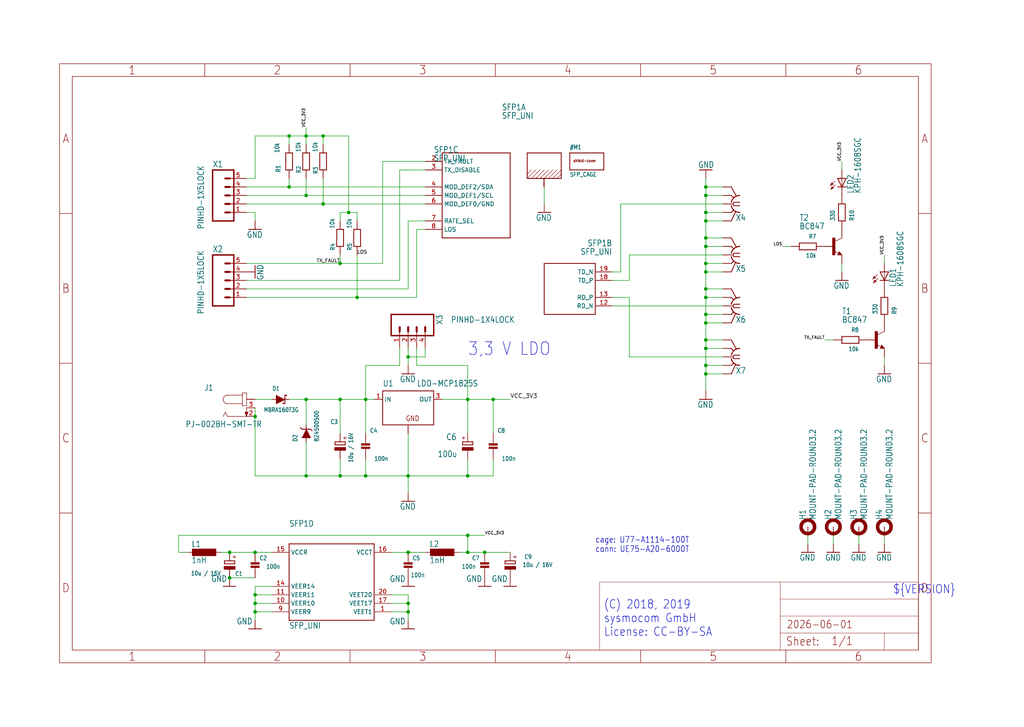
<source format=kicad_sch>
(kicad_sch (version 20231120) (generator "eeschema") (generator_version "8.0")
  (paper "User" 305.892 217.322)
  (junction (at 106.68 88.9))
  (junction (at 121.92 142.24))
  (junction (at 76.2 182.88))
  (junction (at 96.52 60.96))
  (junction (at 210.82 101.6))
  (junction (at 210.82 78.74))
  (junction (at 76.2 165.1))
  (junction (at 139.7 119.38))
  (junction (at 210.82 71.12))
  (junction (at 91.44 119.38))
  (junction (at 210.82 109.22))
  (junction (at 91.44 142.24))
  (junction (at 139.7 160.02))
  (junction (at 109.22 119.38))
  (junction (at 210.82 93.98))
  (junction (at 144.78 165.1))
  (junction (at 68.58 172.72))
  (junction (at 121.92 165.1))
  (junction (at 76.2 180.34))
  (junction (at 101.6 119.38))
  (junction (at 210.82 63.5))
  (junction (at 104.14 63.5))
  (junction (at 139.7 142.24))
  (junction (at 210.82 96.52))
  (junction (at 76.2 177.8))
  (junction (at 210.82 104.14))
  (junction (at 86.36 55.88))
  (junction (at 147.32 119.38))
  (junction (at 101.6 142.24))
  (junction (at 210.82 86.36))
  (junction (at 68.58 165.1))
  (junction (at 139.7 165.1))
  (junction (at 86.36 40.64))
  (junction (at 101.6 78.74))
  (junction (at 109.22 142.24))
  (junction (at 210.82 88.9))
  (junction (at 96.52 40.64))
  (junction (at 91.44 40.64))
  (junction (at 210.82 58.42))
  (junction (at 210.82 55.88))
  (junction (at 121.92 180.34))
  (junction (at 121.92 182.88))
  (junction (at 210.82 111.76))
  (junction (at 76.2 124.46))
  (junction (at 91.44 58.42))
  (junction (at 121.92 106.68))
  (junction (at 210.82 73.66))
  (junction (at 210.82 81.28))
  (junction (at 210.82 66.04))
  (wire (pts (xy 187.96 88.9) (xy 182.88 88.9)) (stroke (width 0.1524)))
  (wire (pts (xy 73.66 53.34) (xy 76.2 53.34)) (stroke (width 0.1524)))
  (wire (pts (xy 121.92 182.88) (xy 116.84 182.88)) (stroke (width 0.1524)))
  (wire (pts (xy 114.3 78.74) (xy 114.3 48.26)) (stroke (width 0.1524)))
  (wire (pts (xy 215.9 73.66) (xy 210.82 73.66)) (stroke (width 0.1524)))
  (wire (pts (xy 147.32 129.54) (xy 147.32 119.38)) (stroke (width 0.1524)))
  (wire (pts (xy 76.2 182.88) (xy 81.28 182.88)) (stroke (width 0.1524)))
  (wire (pts (xy 147.32 119.38) (xy 152.4 119.38)) (stroke (width 0.1524)))
  (wire (pts (xy 101.6 66.04) (xy 101.6 63.5)) (stroke (width 0.1524)))
  (wire (pts (xy 210.82 81.28) (xy 210.82 86.36)) (stroke (width 0.1524)))
  (wire (pts (xy 248.92 162.56) (xy 248.92 160.02)) (stroke (width 0.1524)))
  (wire (pts (xy 109.22 109.22) (xy 109.22 119.38)) (stroke (width 0.1524)))
  (wire (pts (xy 119.38 83.82) (xy 73.66 83.82)) (stroke (width 0.1524)))
  (wire (pts (xy 124.46 88.9) (xy 124.46 68.58)) (stroke (width 0.1524)))
  (wire (pts (xy 96.52 60.96) (xy 73.66 60.96)) (stroke (width 0.1524)))
  (wire (pts (xy 182.88 91.44) (xy 215.9 91.44)) (stroke (width 0.1524)))
  (wire (pts (xy 215.9 101.6) (xy 210.82 101.6)) (stroke (width 0.1524)))
  (wire (pts (xy 109.22 137.16) (xy 109.22 142.24)) (stroke (width 0.1524)))
  (wire (pts (xy 119.38 50.8) (xy 119.38 83.82)) (stroke (width 0.1524)))
  (wire (pts (xy 139.7 160.02) (xy 144.78 160.02)) (stroke (width 0.1524)))
  (wire (pts (xy 210.82 55.88) (xy 210.82 58.42)) (stroke (width 0.1524)))
  (wire (pts (xy 251.46 50.8) (xy 251.46 48.26)) (stroke (width 0.1524)))
  (wire (pts (xy 121.92 142.24) (xy 121.92 129.54)) (stroke (width 0.1524)))
  (wire (pts (xy 91.44 119.38) (xy 86.36 119.38)) (stroke (width 0.1524)))
  (wire (pts (xy 210.82 86.36) (xy 210.82 88.9)) (stroke (width 0.1524)))
  (wire (pts (xy 55.88 165.1) (xy 53.34 165.1)) (stroke (width 0.1524)))
  (wire (pts (xy 215.9 58.42) (xy 210.82 58.42)) (stroke (width 0.1524)))
  (wire (pts (xy 91.44 40.64) (xy 91.44 38.1)) (stroke (width 0.1524)))
  (wire (pts (xy 86.36 43.18) (xy 86.36 40.64)) (stroke (width 0.1524)))
  (wire (pts (xy 76.2 121.92) (xy 76.2 124.46)) (stroke (width 0.1524)))
  (wire (pts (xy 53.34 165.1) (xy 53.34 160.02)) (stroke (width 0.1524)))
  (wire (pts (xy 248.92 101.6) (xy 246.38 101.6)) (stroke (width 0.1524)))
  (wire (pts (xy 121.92 180.34) (xy 121.92 182.88)) (stroke (width 0.1524)))
  (wire (pts (xy 127 60.96) (xy 96.52 60.96)) (stroke (width 0.1524)))
  (wire (pts (xy 241.3 162.56) (xy 241.3 160.02)) (stroke (width 0.1524)))
  (wire (pts (xy 210.82 101.6) (xy 210.82 104.14)) (stroke (width 0.1524)))
  (wire (pts (xy 86.36 40.64) (xy 91.44 40.64)) (stroke (width 0.1524)))
  (wire (pts (xy 210.82 109.22) (xy 210.82 111.76)) (stroke (width 0.1524)))
  (wire (pts (xy 215.9 104.14) (xy 210.82 104.14)) (stroke (width 0.1524)))
  (wire (pts (xy 91.44 53.34) (xy 91.44 58.42)) (stroke (width 0.1524)))
  (wire (pts (xy 264.16 78.74) (xy 264.16 76.2)) (stroke (width 0.1524)))
  (wire (pts (xy 96.52 53.34) (xy 96.52 60.96)) (stroke (width 0.1524)))
  (wire (pts (xy 109.22 119.38) (xy 101.6 119.38)) (stroke (width 0.1524)))
  (wire (pts (xy 127 106.68) (xy 121.92 106.68)) (stroke (width 0.1524)))
  (wire (pts (xy 187.96 88.9) (xy 187.96 106.68)) (stroke (width 0.1524)))
  (wire (pts (xy 81.28 175.26) (xy 76.2 175.26)) (stroke (width 0.1524)))
  (wire (pts (xy 256.54 162.56) (xy 256.54 160.02)) (stroke (width 0.1524)))
  (wire (pts (xy 109.22 142.24) (xy 121.92 142.24)) (stroke (width 0.1524)))
  (wire (pts (xy 124.46 68.58) (xy 127 68.58)) (stroke (width 0.1524)))
  (wire (pts (xy 127 58.42) (xy 91.44 58.42)) (stroke (width 0.1524)))
  (wire (pts (xy 119.38 104.14) (xy 119.38 109.22)) (stroke (width 0.1524)))
  (wire (pts (xy 139.7 165.1) (xy 144.78 165.1)) (stroke (width 0.1524)))
  (wire (pts (xy 185.42 60.96) (xy 185.42 81.28)) (stroke (width 0.1524)))
  (wire (pts (xy 139.7 119.38) (xy 147.32 119.38)) (stroke (width 0.1524)))
  (wire (pts (xy 187.96 106.68) (xy 215.9 106.68)) (stroke (width 0.1524)))
  (wire (pts (xy 210.82 111.76) (xy 210.82 116.84)) (stroke (width 0.1524)))
  (wire (pts (xy 215.9 93.98) (xy 210.82 93.98)) (stroke (width 0.1524)))
  (wire (pts (xy 121.92 86.36) (xy 73.66 86.36)) (stroke (width 0.1524)))
  (wire (pts (xy 101.6 142.24) (xy 109.22 142.24)) (stroke (width 0.1524)))
  (wire (pts (xy 121.92 106.68) (xy 121.92 104.14)) (stroke (width 0.1524)))
  (wire (pts (xy 91.44 127) (xy 91.44 119.38)) (stroke (width 0.1524)))
  (wire (pts (xy 76.2 40.64) (xy 86.36 40.64)) (stroke (width 0.1524)))
  (wire (pts (xy 215.9 109.22) (xy 210.82 109.22)) (stroke (width 0.1524)))
  (wire (pts (xy 109.22 129.54) (xy 109.22 119.38)) (stroke (width 0.1524)))
  (wire (pts (xy 101.6 129.54) (xy 101.6 119.38)) (stroke (width 0.1524)))
  (wire (pts (xy 210.82 53.34) (xy 210.82 55.88)) (stroke (width 0.1524)))
  (wire (pts (xy 101.6 119.38) (xy 91.44 119.38)) (stroke (width 0.1524)))
  (wire (pts (xy 116.84 177.8) (xy 121.92 177.8)) (stroke (width 0.1524)))
  (wire (pts (xy 215.9 63.5) (xy 210.82 63.5)) (stroke (width 0.1524)))
  (wire (pts (xy 116.84 180.34) (xy 121.92 180.34)) (stroke (width 0.1524)))
  (wire (pts (xy 210.82 88.9) (xy 210.82 93.98)) (stroke (width 0.1524)))
  (wire (pts (xy 215.9 66.04) (xy 210.82 66.04)) (stroke (width 0.1524)))
  (wire (pts (xy 96.52 40.64) (xy 91.44 40.64)) (stroke (width 0.1524)))
  (wire (pts (xy 215.9 55.88) (xy 210.82 55.88)) (stroke (width 0.1524)))
  (wire (pts (xy 121.92 185.42) (xy 121.92 182.88)) (stroke (width 0.1524)))
  (wire (pts (xy 210.82 78.74) (xy 210.82 81.28)) (stroke (width 0.1524)))
  (wire (pts (xy 215.9 96.52) (xy 210.82 96.52)) (stroke (width 0.1524)))
  (wire (pts (xy 215.9 78.74) (xy 210.82 78.74)) (stroke (width 0.1524)))
  (wire (pts (xy 121.92 177.8) (xy 121.92 180.34)) (stroke (width 0.1524)))
  (wire (pts (xy 127 66.04) (xy 121.92 66.04)) (stroke (width 0.1524)))
  (wire (pts (xy 162.56 60.96) (xy 162.56 55.88)) (stroke (width 0.1524)))
  (wire (pts (xy 210.82 104.14) (xy 210.82 109.22)) (stroke (width 0.1524)))
  (wire (pts (xy 182.88 81.28) (xy 185.42 81.28)) (stroke (width 0.1524)))
  (wire (pts (xy 76.2 142.24) (xy 76.2 124.46)) (stroke (width 0.1524)))
  (wire (pts (xy 101.6 76.2) (xy 101.6 78.74)) (stroke (width 0.1524)))
  (wire (pts (xy 73.66 78.74) (xy 101.6 78.74)) (stroke (width 0.1524)))
  (wire (pts (xy 76.2 180.34) (xy 76.2 182.88)) (stroke (width 0.1524)))
  (wire (pts (xy 210.82 71.12) (xy 210.82 73.66)) (stroke (width 0.1524)))
  (wire (pts (xy 139.7 142.24) (xy 121.92 142.24)) (stroke (width 0.1524)))
  (wire (pts (xy 215.9 86.36) (xy 210.82 86.36)) (stroke (width 0.1524)))
  (wire (pts (xy 106.68 76.2) (xy 106.68 88.9)) (stroke (width 0.1524)))
  (wire (pts (xy 104.14 63.5) (xy 106.68 63.5)) (stroke (width 0.1524)))
  (wire (pts (xy 147.32 137.16) (xy 147.32 142.24)) (stroke (width 0.1524)))
  (wire (pts (xy 66.04 165.1) (xy 68.58 165.1)) (stroke (width 0.1524)))
  (wire (pts (xy 139.7 137.16) (xy 139.7 142.24)) (stroke (width 0.1524)))
  (wire (pts (xy 76.2 177.8) (xy 76.2 180.34)) (stroke (width 0.1524)))
  (wire (pts (xy 86.36 53.34) (xy 86.36 55.88)) (stroke (width 0.1524)))
  (wire (pts (xy 104.14 63.5) (xy 104.14 40.64)) (stroke (width 0.1524)))
  (wire (pts (xy 124.46 88.9) (xy 106.68 88.9)) (stroke (width 0.1524)))
  (wire (pts (xy 101.6 142.24) (xy 91.44 142.24)) (stroke (width 0.1524)))
  (wire (pts (xy 182.88 83.82) (xy 187.96 83.82)) (stroke (width 0.1524)))
  (wire (pts (xy 96.52 43.18) (xy 96.52 40.64)) (stroke (width 0.1524)))
  (wire (pts (xy 121.92 147.32) (xy 121.92 142.24)) (stroke (width 0.1524)))
  (wire (pts (xy 210.82 73.66) (xy 210.82 78.74)) (stroke (width 0.1524)))
  (wire (pts (xy 139.7 165.1) (xy 137.16 165.1)) (stroke (width 0.1524)))
  (wire (pts (xy 76.2 175.26) (xy 76.2 177.8)) (stroke (width 0.1524)))
  (wire (pts (xy 132.08 119.38) (xy 139.7 119.38)) (stroke (width 0.1524)))
  (wire (pts (xy 101.6 63.5) (xy 104.14 63.5)) (stroke (width 0.1524)))
  (wire (pts (xy 210.82 96.52) (xy 210.82 101.6)) (stroke (width 0.1524)))
  (wire (pts (xy 76.2 53.34) (xy 76.2 40.64)) (stroke (width 0.1524)))
  (wire (pts (xy 236.22 73.66) (xy 233.68 73.66)) (stroke (width 0.1524)))
  (wire (pts (xy 210.82 93.98) (xy 210.82 96.52)) (stroke (width 0.1524)))
  (wire (pts (xy 53.34 160.02) (xy 139.7 160.02)) (stroke (width 0.1524)))
  (wire (pts (xy 76.2 172.72) (xy 68.58 172.72)) (stroke (width 0.1524)))
  (wire (pts (xy 81.28 180.34) (xy 76.2 180.34)) (stroke (width 0.1524)))
  (wire (pts (xy 76.2 63.5) (xy 76.2 66.04)) (stroke (width 0.1524)))
  (wire (pts (xy 210.82 63.5) (xy 210.82 66.04)) (stroke (width 0.1524)))
  (wire (pts (xy 106.68 63.5) (xy 106.68 66.04)) (stroke (width 0.1524)))
  (wire (pts (xy 215.9 88.9) (xy 210.82 88.9)) (stroke (width 0.1524)))
  (wire (pts (xy 210.82 66.04) (xy 210.82 71.12)) (stroke (width 0.1524)))
  (wire (pts (xy 124.46 104.14) (xy 124.46 109.22)) (stroke (width 0.1524)))
  (wire (pts (xy 187.96 83.82) (xy 187.96 76.2)) (stroke (width 0.1524)))
  (wire (pts (xy 114.3 48.26) (xy 127 48.26)) (stroke (width 0.1524)))
  (wire (pts (xy 124.46 109.22) (xy 139.7 109.22)) (stroke (width 0.1524)))
  (wire (pts (xy 101.6 78.74) (xy 114.3 78.74)) (stroke (width 0.1524)))
  (wire (pts (xy 187.96 76.2) (xy 215.9 76.2)) (stroke (width 0.1524)))
  (wire (pts (xy 147.32 142.24) (xy 139.7 142.24)) (stroke (width 0.1524)))
  (wire (pts (xy 210.82 58.42) (xy 210.82 63.5)) (stroke (width 0.1524)))
  (wire (pts (xy 139.7 129.54) (xy 139.7 119.38)) (stroke (width 0.1524)))
  (wire (pts (xy 91.44 142.24) (xy 91.44 132.08)) (stroke (width 0.1524)))
  (wire (pts (xy 86.36 55.88) (xy 73.66 55.88)) (stroke (width 0.1524)))
  (wire (pts (xy 215.9 111.76) (xy 210.82 111.76)) (stroke (width 0.1524)))
  (wire (pts (xy 264.16 109.22) (xy 264.16 106.68)) (stroke (width 0.1524)))
  (wire (pts (xy 116.84 165.1) (xy 121.92 165.1)) (stroke (width 0.1524)))
  (wire (pts (xy 215.9 81.28) (xy 210.82 81.28)) (stroke (width 0.1524)))
  (wire (pts (xy 251.46 81.28) (xy 251.46 78.74)) (stroke (width 0.1524)))
  (wire (pts (xy 81.28 165.1) (xy 76.2 165.1)) (stroke (width 0.1524)))
  (wire (pts (xy 76.2 142.24) (xy 91.44 142.24)) (stroke (width 0.1524)))
  (wire (pts (xy 73.66 63.5) (xy 76.2 63.5)) (stroke (width 0.1524)))
  (wire (pts (xy 127 165.1) (xy 121.92 165.1)) (stroke (width 0.1524)))
  (wire (pts (xy 73.66 88.9) (xy 106.68 88.9)) (stroke (width 0.1524)))
  (wire (pts (xy 127 104.14) (xy 127 106.68)) (stroke (width 0.1524)))
  (wire (pts (xy 152.4 165.1) (xy 144.78 165.1)) (stroke (width 0.1524)))
  (wire (pts (xy 127 50.8) (xy 119.38 50.8)) (stroke (width 0.1524)))
  (wire (pts (xy 76.2 119.38) (xy 81.28 119.38)) (stroke (width 0.1524)))
  (wire (pts (xy 81.28 177.8) (xy 76.2 177.8)) (stroke (width 0.1524)))
  (wire (pts (xy 185.42 60.96) (xy 215.9 60.96)) (stroke (width 0.1524)))
  (wire (pts (xy 121.92 109.22) (xy 121.92 106.68)) (stroke (width 0.1524)))
  (wire (pts (xy 111.76 119.38) (xy 109.22 119.38)) (stroke (width 0.1524)))
  (wire (pts (xy 101.6 137.16) (xy 101.6 142.24)) (stroke (width 0.1524)))
  (wire (pts (xy 119.38 109.22) (xy 109.22 109.22)) (stroke (width 0.1524)))
  (wire (pts (xy 139.7 160.02) (xy 139.7 165.1)) (stroke (width 0.1524)))
  (wire (pts (xy 104.14 40.64) (xy 96.52 40.64)) (stroke (width 0.1524)))
  (wire (pts (xy 127 55.88) (xy 86.36 55.88)) (stroke (width 0.1524)))
  (wire (pts (xy 264.16 162.56) (xy 264.16 160.02)) (stroke (width 0.1524)))
  (wire (pts (xy 121.92 66.04) (xy 121.92 86.36)) (stroke (width 0.1524)))
  (wire (pts (xy 91.44 58.42) (xy 73.66 58.42)) (stroke (width 0.1524)))
  (wire (pts (xy 76.2 185.42) (xy 76.2 182.88)) (stroke (width 0.1524)))
  (wire (pts (xy 91.44 40.64) (xy 91.44 43.18)) (stroke (width 0.1524)))
  (wire (pts (xy 76.2 165.1) (xy 68.58 165.1)) (stroke (width 0.1524)))
  (wire (pts (xy 139.7 109.22) (xy 139.7 119.38)) (stroke (width 0.1524)))
  (wire (pts (xy 215.9 71.12) (xy 210.82 71.12)) (stroke (width 0.1524)))
  (text "${VERSION}" (at 266.7 177.8 0) (effects (font (size 2.54 2.159)) (justify left bottom)))
  (text "(C) 2018, 2019\nsysmocom GmbH\nLicense: CC-BY-SA" (at 180.34 190.5 0) (effects (font (size 2.54 2.159)) (justify left bottom)))
  (text "conn: UE75-A20-6000T" (at 177.8 165.354 0) (effects (font (size 1.778 1.5113)) (justify left bottom)))
  (text "3,3 V LDO" (at 139.7 106.68 0) (effects (font (size 3.81 3.2385)) (justify left bottom)))
  (text "cage: U77-A1114-100T" (at 177.8 162.56 0) (effects (font (size 1.778 1.5113)) (justify left bottom)))
  (label "VCC_3V3" (at 91.44 38.1 90) (effects (font (size 0.889 0.889))))
  (label "TX_FAULT" (at 101.6 78.74 180) (effects (font (size 1.016 1.016))))
  (label "VCC_3V3" (at 144.78 160.02 0) (effects (font (size 0.889 0.889))))
  (label "TX_FAULT" (at 246.38 101.6 180) (effects (font (size 0.889 0.889))))
  (label "VCC_3V3" (at 152.4 119.38 0) (effects (font (size 1.2446 1.2446))))
  (label "LOS" (at 106.68 76.2 0) (effects (font (size 1.016 1.016))))
  (label "VCC_3V3" (at 264.16 76.2 90) (effects (font (size 0.889 0.889))))
  (label "VCC_3V3" (at 251.46 48.26 90) (effects (font (size 0.889 0.889))))
  (label "LOS" (at 233.68 73.66 180) (effects (font (size 0.889 0.889))))
  (symbol (lib_id "sfp-breakout-eagle-import:RESISTOR_0603") (at 96.52 48.26 90) (unit 1)
    (property "Reference" "R3" (at 94.996 52.07 0) (effects (font (size 1.27 1.0795)) (justify left bottom)))
    (property "Value" "10k" (at 94.869 45.466 0) (effects (font (size 1.27 1.0795)) (justify left bottom)))
    (property "Footprint" "sfp-breakout:_0603" (effects (hide yes)))
    (property "CLASS" "RESISTOR" (effects (hide yes)))
    (property "DATASHEET" "https://www.seielect.com/catalog/sei-rmcf_rmcp.pdf" (effects (hide yes)))
    (property "DESCRIPTION" "RES 10K OHM 1% 1/10W 0603" (effects (hide yes)))
    (property "LINK" "https://www.digikey.com/product-detail/en/stackpole-electronics-inc/RMCF0603FT10K0/RMCF0603FT10K0CT-ND/1943057" (effects (hide yes)))
    (property "MANUFACTURER" "Stackpole Electronics Inc" (effects (hide yes)))
    (property "MANUFACTURERPARTNUMBER" "RMCF0603FT10K0" (effects (hide yes)))
    (property "POPULATED" "TRUE" (effects (hide yes)))
    (property "ROHSCERTIFICATE" "ROHS3 Compliant" (effects (hide yes)))
    (property "SOURCE" "DIGIKEY" (effects (hide yes)))
    (property "SOURCEPARTNUMBER" "RMCF0603FT10K0CT-ND" (effects (hide yes)))
  )
  (symbol (lib_id "sfp-breakout-eagle-import:sfp-experimenter_GND") (at 264.16 111.76 0) (unit 1)
    (property "Reference" "#GND20" (effects (hide yes)))
    (property "Value" "GND" (at 261.62 114.3 0) (effects (font (size 1.778 1.5113)) (justify left bottom)))
  )
  (symbol (lib_id "sfp-breakout-eagle-import:SFP_UNI") (at 170.18 86.36 0) (mirror y) (unit 2)
    (property "Reference" "SFP1" (at 182.88 73.66 0) (effects (font (size 1.778 1.5113)) (justify left bottom)))
    (property "Value" "SFP_UNI" (at 182.88 76.2 0) (effects (font (size 1.778 1.5113)) (justify left bottom)))
    (property "Footprint" "sfp-breakout:SFP_COMBINED" (effects (hide yes)))
    (property "CLASS" "CONNECTOR" (effects (hide yes)))
    (property "DATASHEET" "https://media.digikey.com/pdf/Data%20Sheets/Amphenol%20PDFs/Ux75-A20-x00xx.pdf" (effects (hide yes)))
    (property "DESCRIPTION" "CONN SFP RCPT 20POS SLD R/A SMD" (effects (hide yes)))
    (property "LINK" "https://www.digikey.com/product-detail/en/amphenol-icc-commercial-products/UE75-A20-6000T/UE75-A20-6000TCT-ND/1242798" (effects (hide yes)))
    (property "MANUFACTURER" "Amphenol ICC (Commercial Products)" (effects (hide yes)))
    (property "MANUFACTURERPARTNUMBER" "UE75-A20-6000T" (effects (hide yes)))
    (property "POPULATED" "TRUE" (effects (hide yes)))
    (property "ROHSCERTIFICATE" "RoHS Compliant" (effects (hide yes)))
    (property "SOURCE" "DIGIKEY" (effects (hide yes)))
    (property "SOURCEPARTNUMBER" "UE75-A20-6000TCT-ND" (effects (hide yes)))
  )
  (symbol (lib_id "sfp-breakout-eagle-import:SFP_UNI") (at 162.56 45.72 0) (unit 1)
    (property "Reference" "SFP1" (at 149.86 33.02 0) (effects (font (size 1.778 1.5113)) (justify left bottom)))
    (property "Value" "SFP_UNI" (at 149.86 35.56 0) (effects (font (size 1.778 1.5113)) (justify left bottom)))
    (property "Footprint" "sfp-breakout:SFP_COMBINED" (effects (hide yes)))
    (property "CLASS" "CONNECTOR" (effects (hide yes)))
    (property "DATASHEET" "https://media.digikey.com/pdf/Data%20Sheets/Amphenol%20PDFs/Ux75-A20-x00xx.pdf" (effects (hide yes)))
    (property "DESCRIPTION" "CONN SFP RCPT 20POS SLD R/A SMD" (effects (hide yes)))
    (property "LINK" "https://www.digikey.com/product-detail/en/amphenol-icc-commercial-products/UE75-A20-6000T/UE75-A20-6000TCT-ND/1242798" (effects (hide yes)))
    (property "MANUFACTURER" "Amphenol ICC (Commercial Products)" (effects (hide yes)))
    (property "MANUFACTURERPARTNUMBER" "UE75-A20-6000T" (effects (hide yes)))
    (property "POPULATED" "TRUE" (effects (hide yes)))
    (property "ROHSCERTIFICATE" "RoHS Compliant" (effects (hide yes)))
    (property "SOURCE" "DIGIKEY" (effects (hide yes)))
    (property "SOURCEPARTNUMBER" "UE75-A20-6000TCT-ND" (effects (hide yes)))
  )
  (symbol (lib_id "sfp-breakout-eagle-import:RESISTOR_0603") (at 106.68 71.12 90) (unit 1)
    (property "Reference" "R5" (at 105.156 74.93 0) (effects (font (size 1.27 1.0795)) (justify left bottom)))
    (property "Value" "10k" (at 105.029 68.326 0) (effects (font (size 1.27 1.0795)) (justify left bottom)))
    (property "Footprint" "sfp-breakout:_0603" (effects (hide yes)))
    (property "CLASS" "RESISTOR" (effects (hide yes)))
    (property "DATASHEET" "https://www.seielect.com/catalog/sei-rmcf_rmcp.pdf" (effects (hide yes)))
    (property "DESCRIPTION" "RES 10K OHM 1% 1/10W 0603" (effects (hide yes)))
    (property "LINK" "https://www.digikey.com/product-detail/en/stackpole-electronics-inc/RMCF0603FT10K0/RMCF0603FT10K0CT-ND/1943057" (effects (hide yes)))
    (property "MANUFACTURER" "Stackpole Electronics Inc" (effects (hide yes)))
    (property "MANUFACTURERPARTNUMBER" "RMCF0603FT10K0" (effects (hide yes)))
    (property "POPULATED" "TRUE" (effects (hide yes)))
    (property "ROHSCERTIFICATE" "ROHS3 Compliant" (effects (hide yes)))
    (property "SOURCE" "DIGIKEY" (effects (hide yes)))
    (property "SOURCEPARTNUMBER" "RMCF0603FT10K0CT-ND" (effects (hide yes)))
  )
  (symbol (lib_id "sfp-breakout-eagle-import:MOUNT-PAD-ROUND3.2") (at 264.16 157.48 90) (unit 1)
    (property "Reference" "H4" (at 263.5758 155.448 0) (effects (font (size 1.778 1.5113)) (justify left bottom)))
    (property "Value" "MOUNT-PAD-ROUND3.2" (at 266.6238 155.448 0) (effects (font (size 1.778 1.5113)) (justify left bottom)))
    (property "Footprint" "sfp-breakout:3,2-PAD" (effects (hide yes)))
    (property "CLASS" "HOLE" (effects (hide yes)))
    (property "DESCRIPTION" "NO DESCRIPTION" (effects (hide yes)))
    (property "LINK" "UNKNOWN LINK" (effects (hide yes)))
    (property "MANUFACTURER" "UNKNOWN MANUFACTURER" (effects (hide yes)))
    (property "MANUFACTURERPARTNUMBER" "UNKNOWN MANUFACTURER PART NUMBER" (effects (hide yes)))
    (property "POPULATED" "FALSE" (effects (hide yes)))
    (property "ROHSCERTIFICATE" "UNKNOWN ROHS CERTIFICATE" (effects (hide yes)))
    (property "SOURCE" "UNKNOWN SOURCE" (effects (hide yes)))
    (property "SOURCEPARTNUMBER" "UNKNOWN SOURCE PART NUMBER" (effects (hide yes)))
  )
  (symbol (lib_id "sfp-breakout-eagle-import:GND") (at 76.2 187.96 0) (unit 1)
    (property "Reference" "#GND16" (effects (hide yes)))
    (property "Value" "GND" (at 70.612 186.69 0) (effects (font (size 1.778 1.5113)) (justify left bottom)))
  )
  (symbol (lib_id "sfp-breakout-eagle-import:L-EU_0603") (at 132.08 165.1 0) (unit 1)
    (property "Reference" "L2" (at 128.27 163.6014 0) (effects (font (size 1.778 1.5113)) (justify left bottom)))
    (property "Value" "1nH" (at 128.27 168.402 0) (effects (font (size 1.778 1.5113)) (justify left bottom)))
    (property "Footprint" "sfp-breakout:0603" (effects (hide yes)))
    (property "CLASS" "INDUCTOR" (effects (hide yes)))
    (property "DATASHEET" "https://abracon.com/Magnetics/new/AIMC-0603.pdf" (effects (hide yes)))
    (property "DESCRIPTION" "FIXED IND 1NH 500MA 50 MOHM SMD" (effects (hide yes)))
    (property "LINK" "https://www.digikey.com/product-detail/en/abracon-llc/AIMC-0603-1N0S-T/535-11529-1-ND/2782759" (effects (hide yes)))
    (property "MANUFACTURER" "Abracon LLC" (effects (hide yes)))
    (property "MANUFACTURERPARTNUMBER" "AIMC-0603-1N0S-T" (effects (hide yes)))
    (property "POPULATED" "TRUE" (effects (hide yes)))
    (property "ROHSCERTIFICATE" "RoHS Compliant" (effects (hide yes)))
    (property "SOURCE" "DIGIKEY" (effects (hide yes)))
    (property "SOURCEPARTNUMBER" "535-11529-1-ND" (effects (hide yes)))
  )
  (symbol (lib_id "sfp-breakout-eagle-import:CAP_CERAMIC_0603") (at 144.78 167.64 90) (mirror x) (unit 1)
    (property "Reference" "C7" (at 140.97 166.116 90) (effects (font (size 1.27 1.0795)) (justify right top)))
    (property "Value" "100n" (at 137.922 168.656 90) (effects (font (size 1.27 1.0795)) (justify right top)))
    (property "Footprint" "sfp-breakout:_0603" (effects (hide yes)))
    (property "CLASS" "CAPACITOR" (effects (hide yes)))
    (property "DATASHEET" "http://www.samsungsem.com/kr/support/product-search/mlcc/CL10B104KO8NNNC.jsp" (effects (hide yes)))
    (property "DESCRIPTION" "CAP CER 0.1UF 16V X7R 0603" (effects (hide yes)))
    (property "LINK" "https://www.digikey.com/product-detail/en/samsung-electro-mechanics/CL10B104KO8NNNC/1276-1005-1-ND/3889091" (effects (hide yes)))
    (property "MANUFACTURER" "Samsung Electro-Mechanics" (effects (hide yes)))
    (property "MANUFACTURERPARTNUMBER" "CL10B104KO8NNNC" (effects (hide yes)))
    (property "POPULATED" "TRUE" (effects (hide yes)))
    (property "ROHSCERTIFICATE" "ROHS3 Compliant" (effects (hide yes)))
    (property "SOURCE" "DIGIKEY" (effects (hide yes)))
    (property "SOURCEPARTNUMBER" "1276-1005-1-ND" (effects (hide yes)))
  )
  (symbol (lib_id "sfp-breakout-eagle-import:CAP_CERAMIC_0603") (at 121.92 167.64 90) (mirror x) (unit 1)
    (property "Reference" "C5" (at 123.19 166.116 90) (effects (font (size 1.27 1.0795)) (justify right top)))
    (property "Value" "100n" (at 122.682 171.196 90) (effects (font (size 1.27 1.0795)) (justify right top)))
    (property "Footprint" "sfp-breakout:_0603" (effects (hide yes)))
    (property "CLASS" "CAPACITOR" (effects (hide yes)))
    (property "DATASHEET" "http://www.samsungsem.com/kr/support/product-search/mlcc/CL10B104KO8NNNC.jsp" (effects (hide yes)))
    (property "DESCRIPTION" "CAP CER 0.1UF 16V X7R 0603" (effects (hide yes)))
    (property "LINK" "https://www.digikey.com/product-detail/en/samsung-electro-mechanics/CL10B104KO8NNNC/1276-1005-1-ND/3889091" (effects (hide yes)))
    (property "MANUFACTURER" "Samsung Electro-Mechanics" (effects (hide yes)))
    (property "MANUFACTURERPARTNUMBER" "CL10B104KO8NNNC" (effects (hide yes)))
    (property "POPULATED" "TRUE" (effects (hide yes)))
    (property "ROHSCERTIFICATE" "ROHS3 Compliant" (effects (hide yes)))
    (property "SOURCE" "DIGIKEY" (effects (hide yes)))
    (property "SOURCEPARTNUMBER" "1276-1005-1-ND" (effects (hide yes)))
  )
  (symbol (lib_id "sfp-breakout-eagle-import:DIODE-SCHOTTKY-SMA") (at 83.82 119.38 0) (unit 1)
    (property "Reference" "D1" (at 81.28 116.84 0) (effects (font (size 1.27 1.0795)) (justify left bottom)))
    (property "Value" "MBRA160T3G" (at 78.74 123.19 0) (effects (font (size 1.27 1.0795)) (justify left bottom)))
    (property "Footprint" "sfp-breakout:SMADIODE" (effects (hide yes)))
    (property "CLASS" "DIODE" (effects (hide yes)))
    (property "DATASHEET" "https://www.diodes.com/assets/Datasheets/B220_A-B260_A.pdf" (effects (hide yes)))
    (property "DESCRIPTION" "DIODE SCHOTTKY 60V 2A SMA" (effects (hide yes)))
    (property "LINK" "https://www.digikey.com/en/products/detail/diodes-incorporated/B260A-13-F/750837" (effects (hide yes)))
    (property "MANUFACTURER" "Diodes Incorporated" (effects (hide yes)))
    (property "MANUFACTURERPARTNUMBER" "B260A-13-F" (effects (hide yes)))
    (property "POPULATED" "TRUE" (effects (hide yes)))
    (property "ROHSCERTIFICATE" "ROHS3 Compliant" (effects (hide yes)))
    (property "SOURCE" "DIGIKEY" (effects (hide yes)))
    (property "SOURCEPARTNUMBER" "B260A-FDICT-ND" (effects (hide yes)))
  )
  (symbol (lib_id "sfp-breakout-eagle-import:CPOL-EU-1206") (at 68.58 167.64 0) (mirror y) (unit 1)
    (property "Reference" "C1" (at 72.517 172.2374 0) (effects (font (size 1.27 1.0795)) (justify left bottom)))
    (property "Value" "10u / 16V" (at 57.023 170.6626 0) (effects (font (size 1.27 1.0795)) (justify right top)))
    (property "Footprint" "sfp-breakout:CPOL1206" (effects (hide yes)))
    (property "CLASS" "CAPACITOR" (effects (hide yes)))
    (property "DATASHEET" "https://www.samsungsem.com/kr/support/product-search/mlcc/CL31A106KOHNNNE.jsp" (effects (hide yes)))
    (property "DESCRIPTION" "CAP CER 10UF 16V X5R 1206" (effects (hide yes)))
    (property "LINK" "https://www.digikey.com/en/products/detail/samsung-electro-mechanics/CL31A106KOHNNNE/3886795" (effects (hide yes)))
    (property "MANUFACTURER" "Samsung Electro-Mechanics" (effects (hide yes)))
    (property "MANUFACTURERPARTNUMBER" "CL31A106KOHNNNE" (effects (hide yes)))
    (property "POPULATED" "TRUE" (effects (hide yes)))
    (property "ROHSCERTIFICATE" "ROHS3 Compliant" (effects (hide yes)))
    (property "SOURCE" "DIGIKEY" (effects (hide yes)))
    (property "SOURCEPARTNUMBER" "1276-1137-1-ND" (effects (hide yes)))
  )
  (symbol (lib_id "sfp-breakout-eagle-import:DIODE-TVS-SMA") (at 91.44 129.54 90) (unit 1)
    (property "Reference" "D2" (at 88.9 132.08 0) (effects (font (size 1.27 1.0795)) (justify left bottom)))
    (property "Value" "824500500" (at 95.25 132.08 0) (effects (font (size 1.27 1.0795)) (justify left bottom)))
    (property "Footprint" "sfp-breakout:SMADIODE" (effects (hide yes)))
    (property "CLASS" "DIODE" (effects (hide yes)))
    (property "DATASHEET" "https://www.we-online.de/katalog/datasheet/824500500.pdf" (effects (hide yes)))
    (property "DESCRIPTION" "TVS DIODE 5V 9.2V DO214AC" (effects (hide yes)))
    (property "LINK" "https://www.digikey.com/product-detail/en/w-rth-elektronik/824500500/732-9974-1-ND/5871127" (effects (hide yes)))
    (property "MANUFACTURER" "Würth Elektronik" (effects (hide yes)))
    (property "MANUFACTURERPARTNUMBER" "824500500" (effects (hide yes)))
    (property "POPULATED" "TRUE" (effects (hide yes)))
    (property "ROHSCERTIFICATE" "ROHS3 Compliant" (effects (hide yes)))
    (property "SOURCE" "DIGIKEY" (effects (hide yes)))
    (property "SOURCEPARTNUMBER" "732-9974-1-ND" (effects (hide yes)))
  )
  (symbol (lib_id "sfp-breakout-eagle-import:LEDCHIP-LED0603") (at 264.16 81.28 0) (unit 1)
    (property "Reference" "LED1" (at 267.716 85.852 90) (effects (font (size 1.778 1.5113)) (justify left bottom)))
    (property "Value" "KPH-1608SGC" (at 269.875 85.852 90) (effects (font (size 1.778 1.5113)) (justify left bottom)))
    (property "Footprint" "sfp-breakout:CHIP-LED0603" (effects (hide yes)))
    (property "CLASS" "LED" (effects (hide yes)))
    (property "DESCRIPTION" "NO DESCRIPTION" (effects (hide yes)))
    (property "LINK" "UNKNOWN LINK" (effects (hide yes)))
    (property "MANUFACTURER" "UNKNOWN MANUFACTURER" (effects (hide yes)))
    (property "MANUFACTURERPARTNUMBER" "UNKNOWN MANUFACTURER PART NUMBER" (effects (hide yes)))
    (property "POPULATED" "TRUE" (effects (hide yes)))
    (property "ROHSCERTIFICATE" "UNKNOWN ROHS CERTIFICATE" (effects (hide yes)))
    (property "SOURCE" "UNKNOWN SOURCE" (effects (hide yes)))
    (property "SOURCEPARTNUMBER" "UNKNOWN SOURCE PART NUMBER" (effects (hide yes)))
  )
  (symbol (lib_id "sfp-breakout-eagle-import:GND") (at 144.78 175.26 0) (unit 1)
    (property "Reference" "#GND9" (effects (hide yes)))
    (property "Value" "GND" (at 139.192 173.99 0) (effects (font (size 1.778 1.5113)) (justify left bottom)))
  )
  (symbol (lib_id "sfp-breakout-eagle-import:LEDCHIP-LED0603") (at 251.46 53.34 0) (unit 1)
    (property "Reference" "LED2" (at 255.016 57.912 90) (effects (font (size 1.778 1.5113)) (justify left bottom)))
    (property "Value" "KPH-1608SGC" (at 257.175 57.912 90) (effects (font (size 1.778 1.5113)) (justify left bottom)))
    (property "Footprint" "sfp-breakout:CHIP-LED0603" (effects (hide yes)))
    (property "CLASS" "LED" (effects (hide yes)))
    (property "DESCRIPTION" "NO DESCRIPTION" (effects (hide yes)))
    (property "LINK" "UNKNOWN LINK" (effects (hide yes)))
    (property "MANUFACTURER" "UNKNOWN MANUFACTURER" (effects (hide yes)))
    (property "MANUFACTURERPARTNUMBER" "UNKNOWN MANUFACTURER PART NUMBER" (effects (hide yes)))
    (property "POPULATED" "TRUE" (effects (hide yes)))
    (property "ROHSCERTIFICATE" "UNKNOWN ROHS CERTIFICATE" (effects (hide yes)))
    (property "SOURCE" "UNKNOWN SOURCE" (effects (hide yes)))
    (property "SOURCEPARTNUMBER" "UNKNOWN SOURCE PART NUMBER" (effects (hide yes)))
  )
  (symbol (lib_id "sfp-breakout-eagle-import:GND") (at 210.82 119.38 0) (unit 1)
    (property "Reference" "#GND5" (effects (hide yes)))
    (property "Value" "GND" (at 208.28 121.92 0) (effects (font (size 1.778 1.5113)) (justify left bottom)))
  )
  (symbol (lib_id "sfp-breakout-eagle-import:GND") (at 264.16 165.1 0) (unit 1)
    (property "Reference" "#GND4" (effects (hide yes)))
    (property "Value" "GND" (at 261.62 167.64 0) (effects (font (size 1.778 1.5113)) (justify left bottom)))
  )
  (symbol (lib_id "sfp-breakout-eagle-import:GND") (at 76.2 81.28 90) (unit 1)
    (property "Reference" "#GND12" (effects (hide yes)))
    (property "Value" "GND" (at 78.74 83.82 0) (effects (font (size 1.778 1.5113)) (justify left bottom)))
  )
  (symbol (lib_id "sfp-breakout-eagle-import:GND") (at 76.2 68.58 0) (unit 1)
    (property "Reference" "#GND14" (effects (hide yes)))
    (property "Value" "GND" (at 73.66 71.12 0) (effects (font (size 1.778 1.5113)) (justify left bottom)))
  )
  (symbol (lib_id "sfp-breakout-eagle-import:MOUNT-PAD-ROUND3.2") (at 248.92 157.48 90) (unit 1)
    (property "Reference" "H2" (at 248.3358 155.448 0) (effects (font (size 1.778 1.5113)) (justify left bottom)))
    (property "Value" "MOUNT-PAD-ROUND3.2" (at 251.3838 155.448 0) (effects (font (size 1.778 1.5113)) (justify left bottom)))
    (property "Footprint" "sfp-breakout:3,2-PAD" (effects (hide yes)))
    (property "CLASS" "HOLE" (effects (hide yes)))
    (property "DESCRIPTION" "NO DESCRIPTION" (effects (hide yes)))
    (property "LINK" "UNKNOWN LINK" (effects (hide yes)))
    (property "MANUFACTURER" "UNKNOWN MANUFACTURER" (effects (hide yes)))
    (property "MANUFACTURERPARTNUMBER" "UNKNOWN MANUFACTURER PART NUMBER" (effects (hide yes)))
    (property "POPULATED" "FALSE" (effects (hide yes)))
    (property "ROHSCERTIFICATE" "UNKNOWN ROHS CERTIFICATE" (effects (hide yes)))
    (property "SOURCE" "UNKNOWN SOURCE" (effects (hide yes)))
    (property "SOURCEPARTNUMBER" "UNKNOWN SOURCE PART NUMBER" (effects (hide yes)))
  )
  (symbol (lib_id "sfp-breakout-eagle-import:GND") (at 121.92 187.96 0) (unit 1)
    (property "Reference" "#GND15" (effects (hide yes)))
    (property "Value" "GND" (at 116.332 186.69 0) (effects (font (size 1.778 1.5113)) (justify left bottom)))
  )
  (symbol (lib_id "sfp-breakout-eagle-import:RESISTOR_0603") (at 101.6 71.12 90) (unit 1)
    (property "Reference" "R4" (at 100.076 74.93 0) (effects (font (size 1.27 1.0795)) (justify left bottom)))
    (property "Value" "10k" (at 99.949 68.326 0) (effects (font (size 1.27 1.0795)) (justify left bottom)))
    (property "Footprint" "sfp-breakout:_0603" (effects (hide yes)))
    (property "CLASS" "RESISTOR" (effects (hide yes)))
    (property "DATASHEET" "https://www.seielect.com/catalog/sei-rmcf_rmcp.pdf" (effects (hide yes)))
    (property "DESCRIPTION" "RES 10K OHM 1% 1/10W 0603" (effects (hide yes)))
    (property "LINK" "https://www.digikey.com/product-detail/en/stackpole-electronics-inc/RMCF0603FT10K0/RMCF0603FT10K0CT-ND/1943057" (effects (hide yes)))
    (property "MANUFACTURER" "Stackpole Electronics Inc" (effects (hide yes)))
    (property "MANUFACTURERPARTNUMBER" "RMCF0603FT10K0" (effects (hide yes)))
    (property "POPULATED" "TRUE" (effects (hide yes)))
    (property "ROHSCERTIFICATE" "ROHS3 Compliant" (effects (hide yes)))
    (property "SOURCE" "DIGIKEY" (effects (hide yes)))
    (property "SOURCEPARTNUMBER" "RMCF0603FT10K0CT-ND" (effects (hide yes)))
  )
  (symbol (lib_id "sfp-breakout-eagle-import:MOUNT-PAD-ROUND3.2") (at 256.54 157.48 90) (unit 1)
    (property "Reference" "H3" (at 255.9558 155.448 0) (effects (font (size 1.778 1.5113)) (justify left bottom)))
    (property "Value" "MOUNT-PAD-ROUND3.2" (at 259.0038 155.448 0) (effects (font (size 1.778 1.5113)) (justify left bottom)))
    (property "Footprint" "sfp-breakout:3,2-PAD" (effects (hide yes)))
    (property "CLASS" "HOLE" (effects (hide yes)))
    (property "DESCRIPTION" "NO DESCRIPTION" (effects (hide yes)))
    (property "LINK" "UNKNOWN LINK" (effects (hide yes)))
    (property "MANUFACTURER" "UNKNOWN MANUFACTURER" (effects (hide yes)))
    (property "MANUFACTURERPARTNUMBER" "UNKNOWN MANUFACTURER PART NUMBER" (effects (hide yes)))
    (property "POPULATED" "FALSE" (effects (hide yes)))
    (property "ROHSCERTIFICATE" "UNKNOWN ROHS CERTIFICATE" (effects (hide yes)))
    (property "SOURCE" "UNKNOWN SOURCE" (effects (hide yes)))
    (property "SOURCEPARTNUMBER" "UNKNOWN SOURCE PART NUMBER" (effects (hide yes)))
  )
  (symbol (lib_id "sfp-breakout-eagle-import:CAP_CERAMIC_0603") (at 147.32 132.08 90) (mirror x) (unit 1)
    (property "Reference" "C8" (at 148.59 128.016 90) (effects (font (size 1.27 1.0795)) (justify right top)))
    (property "Value" "100n" (at 149.86 136.398 90) (effects (font (size 1.27 1.0795)) (justify right top)))
    (property "Footprint" "sfp-breakout:_0603" (effects (hide yes)))
    (property "CLASS" "CAPACITOR" (effects (hide yes)))
    (property "DATASHEET" "http://www.samsungsem.com/kr/support/product-search/mlcc/CL10B104KO8NNNC.jsp" (effects (hide yes)))
    (property "DESCRIPTION" "CAP CER 0.1UF 16V X7R 0603" (effects (hide yes)))
    (property "LINK" "https://www.digikey.com/product-detail/en/samsung-electro-mechanics/CL10B104KO8NNNC/1276-1005-1-ND/3889091" (effects (hide yes)))
    (property "MANUFACTURER" "Samsung Electro-Mechanics" (effects (hide yes)))
    (property "MANUFACTURERPARTNUMBER" "CL10B104KO8NNNC" (effects (hide yes)))
    (property "POPULATED" "TRUE" (effects (hide yes)))
    (property "ROHSCERTIFICATE" "ROHS3 Compliant" (effects (hide yes)))
    (property "SOURCE" "DIGIKEY" (effects (hide yes)))
    (property "SOURCEPARTNUMBER" "1276-1005-1-ND" (effects (hide yes)))
  )
  (symbol (lib_id "sfp-breakout-eagle-import:GND") (at 256.54 165.1 0) (unit 1)
    (property "Reference" "#GND3" (effects (hide yes)))
    (property "Value" "GND" (at 254 167.64 0) (effects (font (size 1.778 1.5113)) (justify left bottom)))
  )
  (symbol (lib_id "sfp-breakout-eagle-import:GND") (at 152.4 175.26 0) (unit 1)
    (property "Reference" "#GND10" (effects (hide yes)))
    (property "Value" "GND" (at 146.812 173.99 0) (effects (font (size 1.778 1.5113)) (justify left bottom)))
  )
  (symbol (lib_id "sfp-breakout-eagle-import:rc-sysmocom_RESISTOR_0603") (at 241.3 73.66 0) (mirror y) (unit 1)
    (property "Reference" "R7" (at 243.84 71.374 0) (effects (font (size 1.27 1.0795)) (justify left bottom)))
    (property "Value" "10k" (at 243.84 77.089 0) (effects (font (size 1.27 1.0795)) (justify left bottom)))
    (property "Footprint" "sfp-breakout:_0603" (effects (hide yes)))
    (property "CLASS" "RESISTOR" (effects (hide yes)))
    (property "DATASHEET" "https://www.seielect.com/catalog/sei-rmcf_rmcp.pdf" (effects (hide yes)))
    (property "DESCRIPTION" "RES 10K OHM 1% 1/10W 0603" (effects (hide yes)))
    (property "LINK" "https://www.digikey.com/product-detail/en/stackpole-electronics-inc/RMCF0603FT10K0/RMCF0603FT10K0CT-ND/1943057" (effects (hide yes)))
    (property "MANUFACTURER" "Stackpole Electronics Inc" (effects (hide yes)))
    (property "MANUFACTURERPARTNUMBER" "RMCF0603FT10K0" (effects (hide yes)))
    (property "POPULATED" "TRUE" (effects (hide yes)))
    (property "ROHSCERTIFICATE" "ROHS3 Compliant" (effects (hide yes)))
    (property "SOURCE" "DIGIKEY" (effects (hide yes)))
    (property "SOURCEPARTNUMBER" "RMCF0603FT10K0CT-ND" (effects (hide yes)))
  )
  (symbol (lib_id "sfp-breakout-eagle-import:GND") (at 121.92 175.26 0) (unit 1)
    (property "Reference" "#GND7" (effects (hide yes)))
    (property "Value" "GND" (at 116.332 173.99 0) (effects (font (size 1.778 1.5113)) (justify left bottom)))
  )
  (symbol (lib_id "sfp-breakout-eagle-import:CAP_CERAMIC_0603") (at 76.2 167.64 90) (mirror x) (unit 1)
    (property "Reference" "C2" (at 77.47 166.116 90) (effects (font (size 1.27 1.0795)) (justify right top)))
    (property "Value" "100n" (at 79.502 168.656 90) (effects (font (size 1.27 1.0795)) (justify right top)))
    (property "Footprint" "sfp-breakout:_0603" (effects (hide yes)))
    (property "CLASS" "CAPACITOR" (effects (hide yes)))
    (property "DATASHEET" "http://www.samsungsem.com/kr/support/product-search/mlcc/CL10B104KO8NNNC.jsp" (effects (hide yes)))
    (property "DESCRIPTION" "CAP CER 0.1UF 16V X7R 0603" (effects (hide yes)))
    (property "LINK" "https://www.digikey.com/product-detail/en/samsung-electro-mechanics/CL10B104KO8NNNC/1276-1005-1-ND/3889091" (effects (hide yes)))
    (property "MANUFACTURER" "Samsung Electro-Mechanics" (effects (hide yes)))
    (property "MANUFACTURERPARTNUMBER" "CL10B104KO8NNNC" (effects (hide yes)))
    (property "POPULATED" "TRUE" (effects (hide yes)))
    (property "ROHSCERTIFICATE" "ROHS3 Compliant" (effects (hide yes)))
    (property "SOURCE" "DIGIKEY" (effects (hide yes)))
    (property "SOURCEPARTNUMBER" "1276-1005-1-ND" (effects (hide yes)))
  )
  (symbol (lib_id "sfp-breakout-eagle-import:rc-sysmocom_RESISTOR_0603") (at 254 101.6 0) (mirror y) (unit 1)
    (property "Reference" "R8" (at 256.54 99.314 0) (effects (font (size 1.27 1.0795)) (justify left bottom)))
    (property "Value" "10k" (at 256.54 105.029 0) (effects (font (size 1.27 1.0795)) (justify left bottom)))
    (property "Footprint" "sfp-breakout:_0603" (effects (hide yes)))
    (property "CLASS" "RESISTOR" (effects (hide yes)))
    (property "DATASHEET" "https://www.seielect.com/catalog/sei-rmcf_rmcp.pdf" (effects (hide yes)))
    (property "DESCRIPTION" "RES 10K OHM 1% 1/10W 0603" (effects (hide yes)))
    (property "LINK" "https://www.digikey.com/product-detail/en/stackpole-electronics-inc/RMCF0603FT10K0/RMCF0603FT10K0CT-ND/1943057" (effects (hide yes)))
    (property "MANUFACTURER" "Stackpole Electronics Inc" (effects (hide yes)))
    (property "MANUFACTURERPARTNUMBER" "RMCF0603FT10K0" (effects (hide yes)))
    (property "POPULATED" "TRUE" (effects (hide yes)))
    (property "ROHSCERTIFICATE" "ROHS3 Compliant" (effects (hide yes)))
    (property "SOURCE" "DIGIKEY" (effects (hide yes)))
    (property "SOURCEPARTNUMBER" "RMCF0603FT10K0CT-ND" (effects (hide yes)))
  )
  (symbol (lib_id "sfp-breakout-eagle-import:RESISTOR_0603") (at 91.44 48.26 90) (unit 1)
    (property "Reference" "R2" (at 89.916 51.816 0) (effects (font (size 1.27 1.0795)) (justify left bottom)))
    (property "Value" "10k" (at 89.789 45.466 0) (effects (font (size 1.27 1.0795)) (justify left bottom)))
    (property "Footprint" "sfp-breakout:_0603" (effects (hide yes)))
    (property "CLASS" "RESISTOR" (effects (hide yes)))
    (property "DATASHEET" "https://www.seielect.com/catalog/sei-rmcf_rmcp.pdf" (effects (hide yes)))
    (property "DESCRIPTION" "RES 10K OHM 1% 1/10W 0603" (effects (hide yes)))
    (property "LINK" "https://www.digikey.com/product-detail/en/stackpole-electronics-inc/RMCF0603FT10K0/RMCF0603FT10K0CT-ND/1943057" (effects (hide yes)))
    (property "MANUFACTURER" "Stackpole Electronics Inc" (effects (hide yes)))
    (property "MANUFACTURERPARTNUMBER" "RMCF0603FT10K0" (effects (hide yes)))
    (property "POPULATED" "TRUE" (effects (hide yes)))
    (property "ROHSCERTIFICATE" "ROHS3 Compliant" (effects (hide yes)))
    (property "SOURCE" "DIGIKEY" (effects (hide yes)))
    (property "SOURCEPARTNUMBER" "RMCF0603FT10K0CT-ND" (effects (hide yes)))
  )
  (symbol (lib_id "sfp-breakout-eagle-import:CAP_CERAMIC_0603") (at 109.22 132.08 90) (mirror x) (unit 1)
    (property "Reference" "C4" (at 110.49 128.016 90) (effects (font (size 1.27 1.0795)) (justify right top)))
    (property "Value" "100n" (at 111.76 136.398 90) (effects (font (size 1.27 1.0795)) (justify right top)))
    (property "Footprint" "sfp-breakout:_0603" (effects (hide yes)))
    (property "CLASS" "CAPACITOR" (effects (hide yes)))
    (property "DATASHEET" "http://www.samsungsem.com/kr/support/product-search/mlcc/CL10B104KO8NNNC.jsp" (effects (hide yes)))
    (property "DESCRIPTION" "CAP CER 0.1UF 16V X7R 0603" (effects (hide yes)))
    (property "LINK" "https://www.digikey.com/product-detail/en/samsung-electro-mechanics/CL10B104KO8NNNC/1276-1005-1-ND/3889091" (effects (hide yes)))
    (property "MANUFACTURER" "Samsung Electro-Mechanics" (effects (hide yes)))
    (property "MANUFACTURERPARTNUMBER" "CL10B104KO8NNNC" (effects (hide yes)))
    (property "POPULATED" "TRUE" (effects (hide yes)))
    (property "ROHSCERTIFICATE" "ROHS3 Compliant" (effects (hide yes)))
    (property "SOURCE" "DIGIKEY" (effects (hide yes)))
    (property "SOURCEPARTNUMBER" "1276-1005-1-ND" (effects (hide yes)))
  )
  (symbol (lib_id "sfp-breakout-eagle-import:PINHD-1X5LOCK") (at 66.04 60.96 0) (unit 1)
    (property "Reference" "X1" (at 63.5 50.038 0) (effects (font (size 1.778 1.5113)) (justify left bottom)))
    (property "Value" "PINHD-1X5LOCK" (at 60.96 68.58 90) (effects (font (size 1.778 1.5113)) (justify left bottom)))
    (property "Footprint" "sfp-breakout:1X05_LOCK" (effects (hide yes)))
    (property "CLASS" "CONNECTOR" (effects (hide yes)))
    (property "DESCRIPTION" "NO DESCRIPTION" (effects (hide yes)))
    (property "LINK" "UNKNOWN LINK" (effects (hide yes)))
    (property "MANUFACTURER" "UNKNOWN MANUFACTURER" (effects (hide yes)))
    (property "MANUFACTURERPARTNUMBER" "UNKNOWN MANUFACTURER PART NUMBER" (effects (hide yes)))
    (property "POPULATED" "TRUE" (effects (hide yes)))
    (property "ROHSCERTIFICATE" "UNKNOWN ROHS CERTIFICATE" (effects (hide yes)))
    (property "SOURCE" "UNKNOWN SOURCE" (effects (hide yes)))
    (property "SOURCEPARTNUMBER" "UNKNOWN SOURCE PART NUMBER" (effects (hide yes)))
  )
  (symbol (lib_id "sfp-breakout-eagle-import:rc-sysmocom_RESISTOR_0603") (at 264.16 91.44 270) (mirror x) (unit 1)
    (property "Reference" "R9" (at 266.446 93.98 0) (effects (font (size 1.27 1.0795)) (justify left bottom)))
    (property "Value" "330" (at 260.731 93.98 0) (effects (font (size 1.27 1.0795)) (justify left bottom)))
    (property "Footprint" "sfp-breakout:_0603" (effects (hide yes)))
    (property "CLASS" "RESISTOR" (effects (hide yes)))
    (property "DATASHEET" "https://www.yageo.com/upload/media/product/productsearch/datasheet/rchip/PYu-RC_Group_51_RoHS_L_11.pdf" (effects (hide yes)))
    (property "DESCRIPTION" "RES SMD 330 OHM 1% 1/10W 0603" (effects (hide yes)))
    (property "LINK" "https://www.digikey.com/product-detail/en/yageo/RC0603FR-07330RL/311-330HRCT-ND/730109" (effects (hide yes)))
    (property "MANUFACTURER" "Yageo" (effects (hide yes)))
    (property "MANUFACTURERPARTNUMBER" "RC0603FR-07330RL" (effects (hide yes)))
    (property "POPULATED" "TRUE" (effects (hide yes)))
    (property "ROHSCERTIFICATE" "ROHS3 Compliant" (effects (hide yes)))
    (property "SOURCE" "DIGIKEY" (effects (hide yes)))
    (property "SOURCEPARTNUMBER" "311-330HRCT-ND" (effects (hide yes)))
  )
  (symbol (lib_id "sfp-breakout-eagle-import:GND") (at 162.56 63.5 0) (unit 1)
    (property "Reference" "#GND2" (effects (hide yes)))
    (property "Value" "GND" (at 160.02 66.04 0) (effects (font (size 1.778 1.5113)) (justify left bottom)))
  )
  (symbol (lib_id "sfp-breakout-eagle-import:CPOL-EU-1206") (at 152.4 167.64 0) (mirror y) (unit 1)
    (property "Reference" "C9" (at 158.877 167.1574 0) (effects (font (size 1.27 1.0795)) (justify left bottom)))
    (property "Value" "10u / 16V" (at 156.083 168.1226 0) (effects (font (size 1.27 1.0795)) (justify right top)))
    (property "Footprint" "sfp-breakout:CPOL1206" (effects (hide yes)))
    (property "CLASS" "CAPACITOR" (effects (hide yes)))
    (property "DATASHEET" "https://www.samsungsem.com/kr/support/product-search/mlcc/CL31A106KOHNNNE.jsp" (effects (hide yes)))
    (property "DESCRIPTION" "CAP CER 10UF 16V X5R 1206" (effects (hide yes)))
    (property "LINK" "https://www.digikey.com/en/products/detail/samsung-electro-mechanics/CL31A106KOHNNNE/3886795" (effects (hide yes)))
    (property "MANUFACTURER" "Samsung Electro-Mechanics" (effects (hide yes)))
    (property "MANUFACTURERPARTNUMBER" "CL31A106KOHNNNE" (effects (hide yes)))
    (property "POPULATED" "TRUE" (effects (hide yes)))
    (property "ROHSCERTIFICATE" "ROHS3 Compliant" (effects (hide yes)))
    (property "SOURCE" "DIGIKEY" (effects (hide yes)))
    (property "SOURCEPARTNUMBER" "1276-1137-1-ND" (effects (hide yes)))
  )
  (symbol (lib_id "sfp-breakout-eagle-import:GND") (at 68.58 175.26 0) (unit 1)
    (property "Reference" "#GND8" (effects (hide yes)))
    (property "Value" "GND" (at 62.992 173.99 0) (effects (font (size 1.778 1.5113)) (justify left bottom)))
  )
  (symbol (lib_id "sfp-breakout-eagle-import:SMA-F-S-EDGE") (at 218.44 91.44 180) (unit 1)
    (property "Reference" "X6" (at 219.71 96.52 0) (effects (font (size 1.778 1.5113)) (justify right top)))
    (property "Value" "SMA-F-S-EDGE" (effects (hide yes)))
    (property "Footprint" "sfp-breakout:SMA-F-S-EDGE" (effects (hide yes)))
    (property "CLASS" "CONNECTOR" (effects (hide yes)))
    (property "DESCRIPTION" "NO DESCRIPTION" (effects (hide yes)))
    (property "LINK" "UNKNOWN LINK" (effects (hide yes)))
    (property "MANUFACTURER" "UNKNOWN MANUFACTURER" (effects (hide yes)))
    (property "MANUFACTURERPARTNUMBER" "UNKNOWN MANUFACTURER PART NUMBER" (effects (hide yes)))
    (property "POPULATED" "TRUE" (effects (hide yes)))
    (property "ROHSCERTIFICATE" "UNKNOWN ROHS CERTIFICATE" (effects (hide yes)))
    (property "SOURCE" "UNKNOWN SOURCE" (effects (hide yes)))
    (property "SOURCEPARTNUMBER" "UNKNOWN SOURCE PART NUMBER" (effects (hide yes)))
  )
  (symbol (lib_id "sfp-breakout-eagle-import:SMA-F-S-EDGE") (at 218.44 106.68 180) (unit 1)
    (property "Reference" "X7" (at 219.71 111.76 0) (effects (font (size 1.778 1.5113)) (justify right top)))
    (property "Value" "SMA-F-S-EDGE" (effects (hide yes)))
    (property "Footprint" "sfp-breakout:SMA-F-S-EDGE" (effects (hide yes)))
    (property "CLASS" "CONNECTOR" (effects (hide yes)))
    (property "DESCRIPTION" "NO DESCRIPTION" (effects (hide yes)))
    (property "LINK" "UNKNOWN LINK" (effects (hide yes)))
    (property "MANUFACTURER" "UNKNOWN MANUFACTURER" (effects (hide yes)))
    (property "MANUFACTURERPARTNUMBER" "UNKNOWN MANUFACTURER PART NUMBER" (effects (hide yes)))
    (property "POPULATED" "TRUE" (effects (hide yes)))
    (property "ROHSCERTIFICATE" "UNKNOWN ROHS CERTIFICATE" (effects (hide yes)))
    (property "SOURCE" "UNKNOWN SOURCE" (effects (hide yes)))
    (property "SOURCEPARTNUMBER" "UNKNOWN SOURCE PART NUMBER" (effects (hide yes)))
  )
  (symbol (lib_id "sfp-breakout-eagle-import:SFP_UNI") (at 99.06 170.18 0) (unit 4)
    (property "Reference" "SFP1" (at 86.36 157.48 0) (effects (font (size 1.778 1.5113)) (justify left bottom)))
    (property "Value" "SFP_UNI" (at 86.36 187.96 0) (effects (font (size 1.778 1.5113)) (justify left bottom)))
    (property "Footprint" "sfp-breakout:SFP_COMBINED" (effects (hide yes)))
    (property "CLASS" "CONNECTOR" (effects (hide yes)))
    (property "DATASHEET" "https://media.digikey.com/pdf/Data%20Sheets/Amphenol%20PDFs/Ux75-A20-x00xx.pdf" (effects (hide yes)))
    (property "DESCRIPTION" "CONN SFP RCPT 20POS SLD R/A SMD" (effects (hide yes)))
    (property "LINK" "https://www.digikey.com/product-detail/en/amphenol-icc-commercial-products/UE75-A20-6000T/UE75-A20-6000TCT-ND/1242798" (effects (hide yes)))
    (property "MANUFACTURER" "Amphenol ICC (Commercial Products)" (effects (hide yes)))
    (property "MANUFACTURERPARTNUMBER" "UE75-A20-6000T" (effects (hide yes)))
    (property "POPULATED" "TRUE" (effects (hide yes)))
    (property "ROHSCERTIFICATE" "RoHS Compliant" (effects (hide yes)))
    (property "SOURCE" "DIGIKEY" (effects (hide yes)))
    (property "SOURCEPARTNUMBER" "UE75-A20-6000TCT-ND" (effects (hide yes)))
  )
  (symbol (lib_id "sfp-breakout-eagle-import:PINHD-1X5LOCK") (at 66.04 86.36 0) (unit 1)
    (property "Reference" "X2" (at 63.5 75.438 0) (effects (font (size 1.778 1.5113)) (justify left bottom)))
    (property "Value" "PINHD-1X5LOCK" (at 60.96 93.98 90) (effects (font (size 1.778 1.5113)) (justify left bottom)))
    (property "Footprint" "sfp-breakout:1X05_LOCK" (effects (hide yes)))
    (property "CLASS" "CONNECTOR" (effects (hide yes)))
    (property "DESCRIPTION" "NO DESCRIPTION" (effects (hide yes)))
    (property "LINK" "UNKNOWN LINK" (effects (hide yes)))
    (property "MANUFACTURER" "UNKNOWN MANUFACTURER" (effects (hide yes)))
    (property "MANUFACTURERPARTNUMBER" "UNKNOWN MANUFACTURER PART NUMBER" (effects (hide yes)))
    (property "POPULATED" "TRUE" (effects (hide yes)))
    (property "ROHSCERTIFICATE" "UNKNOWN ROHS CERTIFICATE" (effects (hide yes)))
    (property "SOURCE" "UNKNOWN SOURCE" (effects (hide yes)))
    (property "SOURCEPARTNUMBER" "UNKNOWN SOURCE PART NUMBER" (effects (hide yes)))
  )
  (symbol (lib_id "sfp-breakout-eagle-import:GND") (at 121.92 111.76 0) (unit 1)
    (property "Reference" "#GND11" (effects (hide yes)))
    (property "Value" "GND" (at 119.38 114.3 0) (effects (font (size 1.778 1.5113)) (justify left bottom)))
  )
  (symbol (lib_id "sfp-breakout-eagle-import:GND") (at 248.92 165.1 0) (unit 1)
    (property "Reference" "#GND1" (effects (hide yes)))
    (property "Value" "GND" (at 246.38 167.64 0) (effects (font (size 1.778 1.5113)) (justify left bottom)))
  )
  (symbol (lib_id "sfp-breakout-eagle-import:sfp-experimenter_GND") (at 251.46 83.82 0) (unit 1)
    (property "Reference" "#GND21" (effects (hide yes)))
    (property "Value" "GND" (at 248.92 86.36 0) (effects (font (size 1.778 1.5113)) (justify left bottom)))
  )
  (symbol (lib_id "sfp-breakout-eagle-import:CPOL-EUCT6032") (at 139.7 132.08 0) (unit 1)
    (property "Reference" "C6" (at 133.223 131.5974 0) (effects (font (size 1.778 1.5113)) (justify left bottom)))
    (property "Value" "100u" (at 130.683 136.6774 0) (effects (font (size 1.778 1.5113)) (justify left bottom)))
    (property "Footprint" "sfp-breakout:CT6032" (effects (hide yes)))
    (property "CLASS" "CAPACITOR" (effects (hide yes)))
    (property "DATASHEET" "https://datasheets.avx.com/TPS.pdf" (effects (hide yes)))
    (property "DESCRIPTION" "CAP TANT 100UF 10% 6.3V 2312" (effects (hide yes)))
    (property "LINK" "https://www.digikey.com/product-detail/en/avx-corporation/TPSC107K006R0150/478-1764-1-ND/564796" (effects (hide yes)))
    (property "MANUFACTURER" "AVX Corporation" (effects (hide yes)))
    (property "MANUFACTURERPARTNUMBER" "TPSC107K006R0150" (effects (hide yes)))
    (property "POPULATED" "TRUE" (effects (hide yes)))
    (property "ROHSCERTIFICATE" "ROHS3 Compliant" (effects (hide yes)))
    (property "SOURCE" "DIGIKEY" (effects (hide yes)))
    (property "SOURCEPARTNUMBER" "478-1764-1-ND" (effects (hide yes)))
  )
  (symbol (lib_id "sfp-breakout-eagle-import:SHIELD-COVER") (at 175.26 50.8 0) (unit 1)
    (property "Reference" "#M1" (at 170.18 44.704 0) (effects (font (size 1.27 1.0795)) (justify left bottom)))
    (property "Value" "SFP_CAGE" (at 170.18 52.832 0) (effects (font (size 1.27 1.0795)) (justify left bottom)))
    (property "CLASS" "SHIELD COVER" (effects (hide yes)))
    (property "DESCRIPTION" "CONN SFP CAGE SLD R/A" (effects (hide yes)))
    (property "LINK" "https://www.digikey.de/product-detail/de/amphenol-icc-commercial-products/U77-A1114-100T/U77-A1114-100TCT-ND" (effects (hide yes)))
    (property "MANUFACTURER" "Amphenol ICC (Commercial Products)" (effects (hide yes)))
    (property "MANUFACTURERPARTNUMBER" "U77-A1114-100T" (effects (hide yes)))
    (property "ROHSCERTIFICATE" "Bleifrei / RoHS-konform" (effects (hide yes)))
    (property "SOURCE" "DIGIKEY" (effects (hide yes)))
    (property "SOURCEPARTNUMBER" "U77-A1114-100TCT-ND" (effects (hide yes)))
  )
  (symbol (lib_id "sfp-breakout-eagle-import:-NPN-SOT23-BEC") (at 248.92 73.66 0) (unit 1)
    (property "Reference" "T2" (at 238.76 66.04 0) (effects (font (size 1.778 1.5113)) (justify left bottom)))
    (property "Value" "BC847" (at 238.76 68.58 0) (effects (font (size 1.778 1.5113)) (justify left bottom)))
    (property "Footprint" "sfp-breakout:SOT23-BEC" (effects (hide yes)))
    (property "CLASS" "TRANSISTOR" (effects (hide yes)))
    (property "DATASHEET" "https://assets.nexperia.com/documents/data-sheet/BC847_SER.pdf" (effects (hide yes)))
    (property "DESCRIPTION" "TRANS NPN 45V 0.1A SOT23" (effects (hide yes)))
    (property "LINK" "https://www.digikey.com/product-detail/en/nexperia-usa-inc/BC847C,215/1727-2924-1-ND/763463" (effects (hide yes)))
    (property "MANUFACTURER" "Nexperia USA Inc." (effects (hide yes)))
    (property "MANUFACTURERPARTNUMBER" "BC847C,215" (effects (hide yes)))
    (property "POPULATED" "TRUE" (effects (hide yes)))
    (property "ROHSCERTIFICATE" "ROHS3 Compliant" (effects (hide yes)))
    (property "SOURCE" "DIGIKEY" (effects (hide yes)))
    (property "SOURCEPARTNUMBER" "1727-2924-1-ND" (effects (hide yes)))
  )
  (symbol (lib_id "sfp-breakout-eagle-import:SFP_UNI") (at 142.24 58.42 0) (unit 3)
    (property "Reference" "SFP1" (at 129.54 45.72 0) (effects (font (size 1.778 1.5113)) (justify left bottom)))
    (property "Value" "SFP_UNI" (at 129.54 48.26 0) (effects (font (size 1.778 1.5113)) (justify left bottom)))
    (property "Footprint" "sfp-breakout:SFP_COMBINED" (effects (hide yes)))
    (property "CLASS" "CONNECTOR" (effects (hide yes)))
    (property "DATASHEET" "https://media.digikey.com/pdf/Data%20Sheets/Amphenol%20PDFs/Ux75-A20-x00xx.pdf" (effects (hide yes)))
    (property "DESCRIPTION" "CONN SFP RCPT 20POS SLD R/A SMD" (effects (hide yes)))
    (property "LINK" "https://www.digikey.com/product-detail/en/amphenol-icc-commercial-products/UE75-A20-6000T/UE75-A20-6000TCT-ND/1242798" (effects (hide yes)))
    (property "MANUFACTURER" "Amphenol ICC (Commercial Products)" (effects (hide yes)))
    (property "MANUFACTURERPARTNUMBER" "UE75-A20-6000T" (effects (hide yes)))
    (property "POPULATED" "TRUE" (effects (hide yes)))
    (property "ROHSCERTIFICATE" "RoHS Compliant" (effects (hide yes)))
    (property "SOURCE" "DIGIKEY" (effects (hide yes)))
    (property "SOURCEPARTNUMBER" "UE75-A20-6000TCT-ND" (effects (hide yes)))
  )
  (symbol (lib_id "sfp-breakout-eagle-import:SMA-F-S-EDGE") (at 218.44 76.2 180) (unit 1)
    (property "Reference" "X5" (at 219.71 81.28 0) (effects (font (size 1.778 1.5113)) (justify right top)))
    (property "Value" "SMA-F-S-EDGE" (effects (hide yes)))
    (property "Footprint" "sfp-breakout:SMA-F-S-EDGE" (effects (hide yes)))
    (property "CLASS" "CONNECTOR" (effects (hide yes)))
    (property "DESCRIPTION" "NO DESCRIPTION" (effects (hide yes)))
    (property "LINK" "UNKNOWN LINK" (effects (hide yes)))
    (property "MANUFACTURER" "UNKNOWN MANUFACTURER" (effects (hide yes)))
    (property "MANUFACTURERPARTNUMBER" "UNKNOWN MANUFACTURER PART NUMBER" (effects (hide yes)))
    (property "POPULATED" "TRUE" (effects (hide yes)))
    (property "ROHSCERTIFICATE" "UNKNOWN ROHS CERTIFICATE" (effects (hide yes)))
    (property "SOURCE" "UNKNOWN SOURCE" (effects (hide yes)))
    (property "SOURCEPARTNUMBER" "UNKNOWN SOURCE PART NUMBER" (effects (hide yes)))
  )
  (symbol (lib_id "sfp-breakout-eagle-import:GND") (at 210.82 50.8 180) (unit 1)
    (property "Reference" "#GND6" (effects (hide yes)))
    (property "Value" "GND" (at 213.36 48.26 0) (effects (font (size 1.778 1.5113)) (justify left bottom)))
  )
  (symbol (lib_id "sfp-breakout-eagle-import:rc-sysmocom_RESISTOR_0603") (at 251.46 63.5 270) (mirror x) (unit 1)
    (property "Reference" "R10" (at 253.746 66.04 0) (effects (font (size 1.27 1.0795)) (justify left bottom)))
    (property "Value" "330" (at 248.031 66.04 0) (effects (font (size 1.27 1.0795)) (justify left bottom)))
    (property "Footprint" "sfp-breakout:_0603" (effects (hide yes)))
    (property "CLASS" "RESISTOR" (effects (hide yes)))
    (property "DATASHEET" "https://www.yageo.com/upload/media/product/productsearch/datasheet/rchip/PYu-RC_Group_51_RoHS_L_11.pdf" (effects (hide yes)))
    (property "DESCRIPTION" "RES SMD 330 OHM 1% 1/10W 0603" (effects (hide yes)))
    (property "LINK" "https://www.digikey.com/product-detail/en/yageo/RC0603FR-07330RL/311-330HRCT-ND/730109" (effects (hide yes)))
    (property "MANUFACTURER" "Yageo" (effects (hide yes)))
    (property "MANUFACTURERPARTNUMBER" "RC0603FR-07330RL" (effects (hide yes)))
    (property "POPULATED" "TRUE" (effects (hide yes)))
    (property "ROHSCERTIFICATE" "ROHS3 Compliant" (effects (hide yes)))
    (property "SOURCE" "DIGIKEY" (effects (hide yes)))
    (property "SOURCEPARTNUMBER" "311-330HRCT-ND" (effects (hide yes)))
  )
  (symbol (lib_id "sfp-breakout-eagle-import:694108106102") (at 76.2 119.38 0) (unit 1)
    (property "Reference" "J1" (at 60.96 116.84 0) (effects (font (size 1.778 1.5113)) (justify left bottom)))
    (property "Value" "PJ-002BH-SMT-TR" (at 55.372 127.762 0) (effects (font (size 1.778 1.5113)) (justify left bottom)))
    (property "Footprint" "sfp-breakout:694108106102" (effects (hide yes)))
    (property "CLASS" "CONNECTOR" (effects (hide yes)))
    (property "DATASHEET" "https://www.cuidevices.com/product/resource/pj-002bh-smt-tr.pdf" (effects (hide yes)))
    (property "DESCRIPTION" "CONN PWR JACK 2.5X5.5MM SOLDER" (effects (hide yes)))
    (property "LINK" "https://www.digikey.com/product-detail/en/cui-devices/PJ-002BH-SMT-TR/CP-002BHPJCT-ND/669694" (effects (hide yes)))
    (property "MANUFACTURER" "CUI Devices" (effects (hide yes)))
    (property "MANUFACTURERPARTNUMBER" "PJ-002BH-SMT-TR" (effects (hide yes)))
    (property "POPULATED" "TRUE" (effects (hide yes)))
    (property "ROHSCERTIFICATE" "RoHS Compliant" (effects (hide yes)))
    (property "SOURCE" "DIGIKEY" (effects (hide yes)))
    (property "SOURCEPARTNUMBER" "CP-002BHPJCT-ND" (effects (hide yes)))
  )
  (symbol (lib_id "sfp-breakout-eagle-import:MOUNT-PAD-ROUND3.2") (at 241.3 157.48 90) (unit 1)
    (property "Reference" "H1" (at 240.7158 155.448 0) (effects (font (size 1.778 1.5113)) (justify left bottom)))
    (property "Value" "MOUNT-PAD-ROUND3.2" (at 243.7638 155.448 0) (effects (font (size 1.778 1.5113)) (justify left bottom)))
    (property "Footprint" "sfp-breakout:3,2-PAD" (effects (hide yes)))
    (property "CLASS" "HOLE" (effects (hide yes)))
    (property "DESCRIPTION" "NO DESCRIPTION" (effects (hide yes)))
    (property "LINK" "UNKNOWN LINK" (effects (hide yes)))
    (property "MANUFACTURER" "UNKNOWN MANUFACTURER" (effects (hide yes)))
    (property "MANUFACTURERPARTNUMBER" "UNKNOWN MANUFACTURER PART NUMBER" (effects (hide yes)))
    (property "POPULATED" "FALSE" (effects (hide yes)))
    (property "ROHSCERTIFICATE" "UNKNOWN ROHS CERTIFICATE" (effects (hide yes)))
    (property "SOURCE" "UNKNOWN SOURCE" (effects (hide yes)))
    (property "SOURCEPARTNUMBER" "UNKNOWN SOURCE PART NUMBER" (effects (hide yes)))
  )
  (symbol (lib_id "sfp-breakout-eagle-import:PINHD-1X4LOCK") (at 121.92 96.52 270) (unit 1)
    (property "Reference" "X3" (at 130.302 93.98 0) (effects (font (size 1.778 1.5113)) (justify left bottom)))
    (property "Value" "PINHD-1X4LOCK" (at 134.62 96.52 90) (effects (font (size 1.778 1.5113)) (justify left bottom)))
    (property "Footprint" "sfp-breakout:1X04_LOCK" (effects (hide yes)))
    (property "CLASS" "CONNECTOR" (effects (hide yes)))
    (property "DESCRIPTION" "NO DESCRIPTION" (effects (hide yes)))
    (property "LINK" "UNKNOWN LINK" (effects (hide yes)))
    (property "MANUFACTURER" "UNKNOWN MANUFACTURER" (effects (hide yes)))
    (property "MANUFACTURERPARTNUMBER" "UNKNOWN MANUFACTURER PART NUMBER" (effects (hide yes)))
    (property "POPULATED" "TRUE" (effects (hide yes)))
    (property "ROHSCERTIFICATE" "UNKNOWN ROHS CERTIFICATE" (effects (hide yes)))
    (property "SOURCE" "UNKNOWN SOURCE" (effects (hide yes)))
    (property "SOURCEPARTNUMBER" "UNKNOWN SOURCE PART NUMBER" (effects (hide yes)))
  )
  (symbol (lib_id "sfp-breakout-eagle-import:LDO-MCP1825S") (at 121.92 121.92 0) (unit 1)
    (property "Reference" "U1" (at 114.3 115.57 0) (effects (font (size 1.778 1.5113)) (justify left bottom)))
    (property "Value" "LDO-MCP1825S" (at 124.46 115.57 0) (effects (font (size 1.778 1.5113)) (justify left bottom)))
    (property "Footprint" "sfp-breakout:SOT223" (effects (hide yes)))
    (property "CLASS" "IC" (effects (hide yes)))
    (property "DATASHEET" "https://ww1.microchip.com/downloads/en/DeviceDoc/22056b.pdf" (effects (hide yes)))
    (property "DESCRIPTION" "IC REG LIN 3.3V 500MA SOT223-3" (effects (hide yes)))
    (property "LINK" "https://www.digikey.com/en/products/detail/microchip-technology/MCP1825ST-3302E-DB/1635518" (effects (hide yes)))
    (property "MANUFACTURER" "Microchip Technology" (effects (hide yes)))
    (property "MANUFACTURERPARTNUMBER" "MCP1825ST-3302E/DB" (effects (hide yes)))
    (property "POPULATED" "TRUE" (effects (hide yes)))
    (property "ROHSCERTIFICATE" "ROHS3 Compliant" (effects (hide yes)))
    (property "SOURCE" "DIGIKEY" (effects (hide yes)))
    (property "SOURCEPARTNUMBER" "MCP1825ST-3302E/DBCT-ND" (effects (hide yes)))
  )
  (symbol (lib_id "sfp-breakout-eagle-import:GND") (at 121.92 149.86 0) (unit 1)
    (property "Reference" "#GND28" (effects (hide yes)))
    (property "Value" "GND" (at 119.38 152.4 0) (effects (font (size 1.778 1.5113)) (justify left bottom)))
  )
  (symbol (lib_id "sfp-breakout-eagle-import:RESISTOR_0603") (at 86.36 48.26 90) (unit 1)
    (property "Reference" "R1" (at 83.82 51.562 0) (effects (font (size 1.27 1.0795)) (justify left bottom)))
    (property "Value" "10k" (at 83.439 45.72 0) (effects (font (size 1.27 1.0795)) (justify left bottom)))
    (property "Footprint" "sfp-breakout:_0603" (effects (hide yes)))
    (property "CLASS" "RESISTOR" (effects (hide yes)))
    (property "DATASHEET" "https://www.seielect.com/catalog/sei-rmcf_rmcp.pdf" (effects (hide yes)))
    (property "DESCRIPTION" "RES 10K OHM 1% 1/10W 0603" (effects (hide yes)))
    (property "LINK" "https://www.digikey.com/product-detail/en/stackpole-electronics-inc/RMCF0603FT10K0/RMCF0603FT10K0CT-ND/1943057" (effects (hide yes)))
    (property "MANUFACTURER" "Stackpole Electronics Inc" (effects (hide yes)))
    (property "MANUFACTURERPARTNUMBER" "RMCF0603FT10K0" (effects (hide yes)))
    (property "POPULATED" "TRUE" (effects (hide yes)))
    (property "ROHSCERTIFICATE" "ROHS3 Compliant" (effects (hide yes)))
    (property "SOURCE" "DIGIKEY" (effects (hide yes)))
    (property "SOURCEPARTNUMBER" "RMCF0603FT10K0CT-ND" (effects (hide yes)))
  )
  (symbol (lib_id "sfp-breakout-eagle-import:CPOL-EU-1206") (at 101.6 132.08 0) (mirror y) (unit 1)
    (property "Reference" "C3" (at 100.965 126.7714 0) (effects (font (size 1.27 1.0795)) (justify left bottom)))
    (property "Value" "10u / 16V" (at 104.1146 138.303 90) (effects (font (size 1.27 1.0795)) (justify left bottom)))
    (property "Footprint" "sfp-breakout:CPOL1206" (effects (hide yes)))
    (property "CLASS" "CAPACITOR" (effects (hide yes)))
    (property "DATASHEET" "https://www.samsungsem.com/kr/support/product-search/mlcc/CL31A106KOHNNNE.jsp" (effects (hide yes)))
    (property "DESCRIPTION" "CAP CER 10UF 16V X5R 1206" (effects (hide yes)))
    (property "LINK" "https://www.digikey.com/en/products/detail/samsung-electro-mechanics/CL31A106KOHNNNE/3886795" (effects (hide yes)))
    (property "MANUFACTURER" "Samsung Electro-Mechanics" (effects (hide yes)))
    (property "MANUFACTURERPARTNUMBER" "CL31A106KOHNNNE" (effects (hide yes)))
    (property "POPULATED" "TRUE" (effects (hide yes)))
    (property "ROHSCERTIFICATE" "ROHS3 Compliant" (effects (hide yes)))
    (property "SOURCE" "DIGIKEY" (effects (hide yes)))
    (property "SOURCEPARTNUMBER" "1276-1137-1-ND" (effects (hide yes)))
  )
  (symbol (lib_id "sfp-breakout-eagle-import:GND") (at 241.3 165.1 0) (unit 1)
    (property "Reference" "#GND53" (effects (hide yes)))
    (property "Value" "GND" (at 238.76 167.64 0) (effects (font (size 1.778 1.5113)) (justify left bottom)))
  )
  (symbol (lib_id "sfp-breakout-eagle-import:SMA-F-S-EDGE") (at 218.44 60.96 180) (unit 1)
    (property "Reference" "X4" (at 219.71 66.04 0) (effects (font (size 1.778 1.5113)) (justify right top)))
    (property "Value" "SMA-F-S-EDGE" (effects (hide yes)))
    (property "Footprint" "sfp-breakout:SMA-F-S-EDGE" (effects (hide yes)))
    (property "CLASS" "CONNECTOR" (effects (hide yes)))
    (property "DESCRIPTION" "NO DESCRIPTION" (effects (hide yes)))
    (property "LINK" "UNKNOWN LINK" (effects (hide yes)))
    (property "MANUFACTURER" "UNKNOWN MANUFACTURER" (effects (hide yes)))
    (property "MANUFACTURERPARTNUMBER" "UNKNOWN MANUFACTURER PART NUMBER" (effects (hide yes)))
    (property "POPULATED" "TRUE" (effects (hide yes)))
    (property "ROHSCERTIFICATE" "UNKNOWN ROHS CERTIFICATE" (effects (hide yes)))
    (property "SOURCE" "UNKNOWN SOURCE" (effects (hide yes)))
    (property "SOURCEPARTNUMBER" "UNKNOWN SOURCE PART NUMBER" (effects (hide yes)))
  )
  (symbol (lib_id "sfp-breakout-eagle-import:-NPN-SOT23-BEC") (at 261.62 101.6 0) (unit 1)
    (property "Reference" "T1" (at 251.46 93.98 0) (effects (font (size 1.778 1.5113)) (justify left bottom)))
    (property "Value" "BC847" (at 251.46 96.52 0) (effects (font (size 1.778 1.5113)) (justify left bottom)))
    (property "Footprint" "sfp-breakout:SOT23-BEC" (effects (hide yes)))
    (property "CLASS" "TRANSISTOR" (effects (hide yes)))
    (property "DATASHEET" "https://assets.nexperia.com/documents/data-sheet/BC847_SER.pdf" (effects (hide yes)))
    (property "DESCRIPTION" "TRANS NPN 45V 0.1A SOT23" (effects (hide yes)))
    (property "LINK" "https://www.digikey.com/product-detail/en/nexperia-usa-inc/BC847C,215/1727-2924-1-ND/763463" (effects (hide yes)))
    (property "MANUFACTURER" "Nexperia USA Inc." (effects (hide yes)))
    (property "MANUFACTURERPARTNUMBER" "BC847C,215" (effects (hide yes)))
    (property "POPULATED" "TRUE" (effects (hide yes)))
    (property "ROHSCERTIFICATE" "ROHS3 Compliant" (effects (hide yes)))
    (property "SOURCE" "DIGIKEY" (effects (hide yes)))
    (property "SOURCEPARTNUMBER" "1727-2924-1-ND" (effects (hide yes)))
  )
  (symbol (lib_id "sfp-breakout-eagle-import:A4L-LOC") (at 17.78 198.12 0) (unit 1)
    (property "Reference" "#FRAME1" (effects (hide yes)))
    (property "Value" "A4L-LOC" (effects (hide yes)))
  )
  (symbol (lib_id "sfp-breakout-eagle-import:L-EU_0603") (at 60.96 165.1 0) (unit 1)
    (property "Reference" "L1" (at 57.15 163.6014 0) (effects (font (size 1.778 1.5113)) (justify left bottom)))
    (property "Value" "1nH" (at 57.15 168.402 0) (effects (font (size 1.778 1.5113)) (justify left bottom)))
    (property "Footprint" "sfp-breakout:0603" (effects (hide yes)))
    (property "CLASS" "INDUCTOR" (effects (hide yes)))
    (property "DATASHEET" "https://abracon.com/Magnetics/new/AIMC-0603.pdf" (effects (hide yes)))
    (property "DESCRIPTION" "FIXED IND 1NH 500MA 50 MOHM SMD" (effects (hide yes)))
    (property "LINK" "https://www.digikey.com/product-detail/en/abracon-llc/AIMC-0603-1N0S-T/535-11529-1-ND/2782759" (effects (hide yes)))
    (property "MANUFACTURER" "Abracon LLC" (effects (hide yes)))
    (property "MANUFACTURERPARTNUMBER" "AIMC-0603-1N0S-T" (effects (hide yes)))
    (property "POPULATED" "TRUE" (effects (hide yes)))
    (property "ROHSCERTIFICATE" "RoHS Compliant" (effects (hide yes)))
    (property "SOURCE" "DIGIKEY" (effects (hide yes)))
    (property "SOURCEPARTNUMBER" "535-11529-1-ND" (effects (hide yes)))
  )
)
</source>
